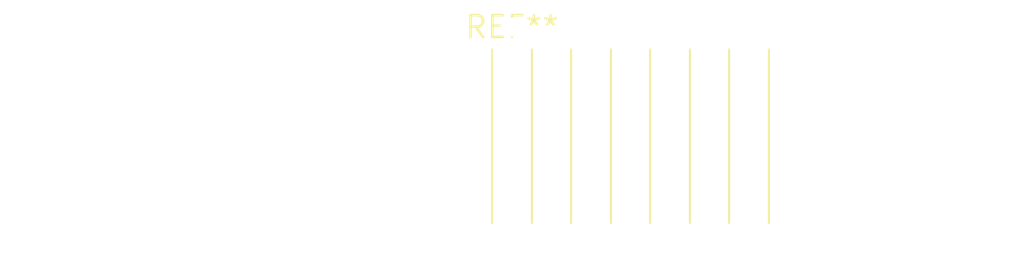
<source format=kicad_pcb>
(kicad_pcb (version 20240108) (generator pcbnew)
  (layers (0 "F.Cu" signal) (31 "B.Cu" signal) (34 "B.Paste" user) (35 "F.Paste" user) (36 "B.SilkS" user "B.Silkscreen") (37 "F.SilkS" user "F.Silkscreen") (38 "B.Mask" user) (39 "F.Mask" user) (44 "Edge.Cuts" user))
  (net 0 "")
  (footprint "SolderWire-0.5sqmm_1x04_P4.6mm_D0.9mm_OD2.1mm_Relief" (layer "F.Cu") (at 0 0)
    (property "Reference" "REF**")
    (property "Value" "SolderWire-0.5sqmm_1x04_P4.6mm_D0.9mm_OD2.1mm_Relief")
    (fp_line (start -1.16 1.31) (end -1.16 11.44) (layer "F.SilkS") (stroke (width 0.12)))
    (fp_line (start 1.16 1.31) (end 1.16 11.44) (layer "F.SilkS") (stroke (width 0.12)))
    (fp_line (start 3.44 1.31) (end 3.44 11.44) (layer "F.SilkS") (stroke (width 0.12)))
    (fp_line (start 5.76 1.31) (end 5.76 11.44) (layer "F.SilkS") (stroke (width 0.12)))
    (fp_line (start 8.04 1.31) (end 8.04 11.44) (layer "F.SilkS") (stroke (width 0.12)))
    (fp_line (start 10.36 1.31) (end 10.36 11.44) (layer "F.SilkS") (stroke (width 0.12)))
    (fp_line (start 12.64 1.31) (end 12.64 11.44) (layer "F.SilkS") (stroke (width 0.12)))
    (fp_line (start 14.96 1.31) (end 14.96 11.44) (layer "F.SilkS") (stroke (width 0.12)))
    (pad "" np_thru_hole circle (at 0 12.6) (size 2.6 2.6) (drill 2.6) (layers *.Cu *.Mask))
    (pad "" np_thru_hole circle (at 4.6 12.6) (size 2.6 2.6) (drill 2.6) (layers *.Cu *.Mask))
    (pad "" np_thru_hole circle (at 9.2 12.6) (size 2.6 2.6) (drill 2.6) (layers *.Cu *.Mask))
    (pad "" np_thru_hole circle (at 13.8 12.6) (size 2.6 2.6) (drill 2.6) (layers *.Cu *.Mask))
    (pad "1" thru_hole roundrect (at 0 0) (size 2.1 2.1) (drill 1.1) (layers *.Cu *.Mask) (remove_unused_layers) (roundrect_rratio 0.119048))
    (pad "2" thru_hole circle (at 4.6 0) (size 2.1 2.1) (drill 1.1) (layers *.Cu *.Mask) (remove_unused_layers))
    (pad "3" thru_hole circle (at 9.2 0) (size 2.1 2.1) (drill 1.1) (layers *.Cu *.Mask) (remove_unused_layers))
    (pad "4" thru_hole circle (at 13.8 0) (size 2.1 2.1) (drill 1.1) (layers *.Cu *.Mask) (remove_unused_layers))
  )
)
</source>
